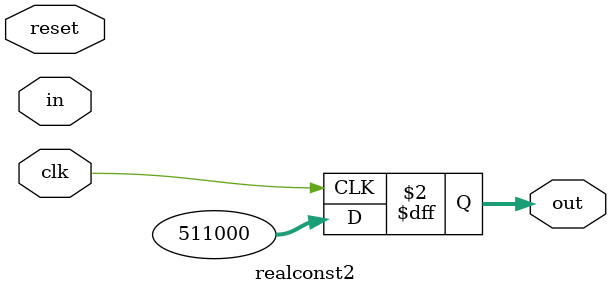
<source format=v>
module realconst2
  (input wire        reset,
   input wire        clk,
   input wire [31:0] in,
   output reg [31:0] out);

   always @(posedge clk) out <= 5.11E+5;

endmodule

</source>
